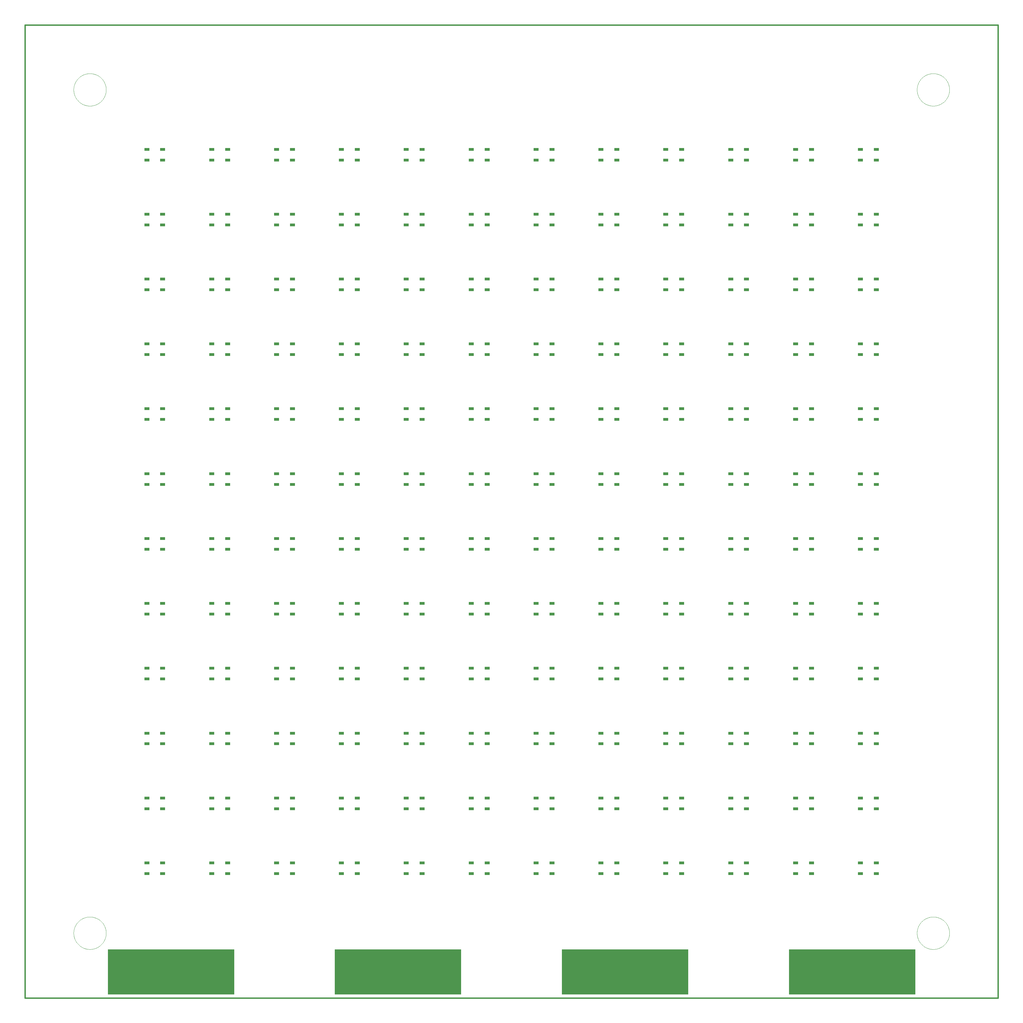
<source format=gbp>
G75*
%MOIN*%
%OFA0B0*%
%FSLAX25Y25*%
%IPPOS*%
%LPD*%
%AMOC8*
5,1,8,0,0,1.08239X$1,22.5*
%
%ADD10C,0.01600*%
%ADD11C,0.00000*%
%ADD12R,0.05906X0.03543*%
%ADD13R,1.53543X0.55118*%
D10*
X0001800Y0009496D02*
X1182902Y0009496D01*
X1182902Y1190598D01*
X0001800Y1190598D01*
X0001800Y0009496D01*
D11*
X0060855Y0088236D02*
X0060861Y0088719D01*
X0060879Y0089202D01*
X0060908Y0089684D01*
X0060950Y0090165D01*
X0061003Y0090646D01*
X0061068Y0091124D01*
X0061145Y0091601D01*
X0061233Y0092076D01*
X0061333Y0092549D01*
X0061445Y0093019D01*
X0061568Y0093486D01*
X0061703Y0093950D01*
X0061849Y0094411D01*
X0062006Y0094868D01*
X0062174Y0095321D01*
X0062353Y0095769D01*
X0062544Y0096213D01*
X0062745Y0096652D01*
X0062957Y0097087D01*
X0063179Y0097515D01*
X0063412Y0097939D01*
X0063656Y0098356D01*
X0063909Y0098767D01*
X0064173Y0099172D01*
X0064446Y0099571D01*
X0064729Y0099962D01*
X0065021Y0100347D01*
X0065323Y0100724D01*
X0065634Y0101094D01*
X0065954Y0101456D01*
X0066283Y0101810D01*
X0066621Y0102155D01*
X0066966Y0102493D01*
X0067320Y0102822D01*
X0067682Y0103142D01*
X0068052Y0103453D01*
X0068429Y0103755D01*
X0068814Y0104047D01*
X0069205Y0104330D01*
X0069604Y0104603D01*
X0070009Y0104867D01*
X0070420Y0105120D01*
X0070837Y0105364D01*
X0071261Y0105597D01*
X0071689Y0105819D01*
X0072124Y0106031D01*
X0072563Y0106232D01*
X0073007Y0106423D01*
X0073455Y0106602D01*
X0073908Y0106770D01*
X0074365Y0106927D01*
X0074826Y0107073D01*
X0075290Y0107208D01*
X0075757Y0107331D01*
X0076227Y0107443D01*
X0076700Y0107543D01*
X0077175Y0107631D01*
X0077652Y0107708D01*
X0078130Y0107773D01*
X0078611Y0107826D01*
X0079092Y0107868D01*
X0079574Y0107897D01*
X0080057Y0107915D01*
X0080540Y0107921D01*
X0081023Y0107915D01*
X0081506Y0107897D01*
X0081988Y0107868D01*
X0082469Y0107826D01*
X0082950Y0107773D01*
X0083428Y0107708D01*
X0083905Y0107631D01*
X0084380Y0107543D01*
X0084853Y0107443D01*
X0085323Y0107331D01*
X0085790Y0107208D01*
X0086254Y0107073D01*
X0086715Y0106927D01*
X0087172Y0106770D01*
X0087625Y0106602D01*
X0088073Y0106423D01*
X0088517Y0106232D01*
X0088956Y0106031D01*
X0089391Y0105819D01*
X0089819Y0105597D01*
X0090243Y0105364D01*
X0090660Y0105120D01*
X0091071Y0104867D01*
X0091476Y0104603D01*
X0091875Y0104330D01*
X0092266Y0104047D01*
X0092651Y0103755D01*
X0093028Y0103453D01*
X0093398Y0103142D01*
X0093760Y0102822D01*
X0094114Y0102493D01*
X0094459Y0102155D01*
X0094797Y0101810D01*
X0095126Y0101456D01*
X0095446Y0101094D01*
X0095757Y0100724D01*
X0096059Y0100347D01*
X0096351Y0099962D01*
X0096634Y0099571D01*
X0096907Y0099172D01*
X0097171Y0098767D01*
X0097424Y0098356D01*
X0097668Y0097939D01*
X0097901Y0097515D01*
X0098123Y0097087D01*
X0098335Y0096652D01*
X0098536Y0096213D01*
X0098727Y0095769D01*
X0098906Y0095321D01*
X0099074Y0094868D01*
X0099231Y0094411D01*
X0099377Y0093950D01*
X0099512Y0093486D01*
X0099635Y0093019D01*
X0099747Y0092549D01*
X0099847Y0092076D01*
X0099935Y0091601D01*
X0100012Y0091124D01*
X0100077Y0090646D01*
X0100130Y0090165D01*
X0100172Y0089684D01*
X0100201Y0089202D01*
X0100219Y0088719D01*
X0100225Y0088236D01*
X0100219Y0087753D01*
X0100201Y0087270D01*
X0100172Y0086788D01*
X0100130Y0086307D01*
X0100077Y0085826D01*
X0100012Y0085348D01*
X0099935Y0084871D01*
X0099847Y0084396D01*
X0099747Y0083923D01*
X0099635Y0083453D01*
X0099512Y0082986D01*
X0099377Y0082522D01*
X0099231Y0082061D01*
X0099074Y0081604D01*
X0098906Y0081151D01*
X0098727Y0080703D01*
X0098536Y0080259D01*
X0098335Y0079820D01*
X0098123Y0079385D01*
X0097901Y0078957D01*
X0097668Y0078533D01*
X0097424Y0078116D01*
X0097171Y0077705D01*
X0096907Y0077300D01*
X0096634Y0076901D01*
X0096351Y0076510D01*
X0096059Y0076125D01*
X0095757Y0075748D01*
X0095446Y0075378D01*
X0095126Y0075016D01*
X0094797Y0074662D01*
X0094459Y0074317D01*
X0094114Y0073979D01*
X0093760Y0073650D01*
X0093398Y0073330D01*
X0093028Y0073019D01*
X0092651Y0072717D01*
X0092266Y0072425D01*
X0091875Y0072142D01*
X0091476Y0071869D01*
X0091071Y0071605D01*
X0090660Y0071352D01*
X0090243Y0071108D01*
X0089819Y0070875D01*
X0089391Y0070653D01*
X0088956Y0070441D01*
X0088517Y0070240D01*
X0088073Y0070049D01*
X0087625Y0069870D01*
X0087172Y0069702D01*
X0086715Y0069545D01*
X0086254Y0069399D01*
X0085790Y0069264D01*
X0085323Y0069141D01*
X0084853Y0069029D01*
X0084380Y0068929D01*
X0083905Y0068841D01*
X0083428Y0068764D01*
X0082950Y0068699D01*
X0082469Y0068646D01*
X0081988Y0068604D01*
X0081506Y0068575D01*
X0081023Y0068557D01*
X0080540Y0068551D01*
X0080057Y0068557D01*
X0079574Y0068575D01*
X0079092Y0068604D01*
X0078611Y0068646D01*
X0078130Y0068699D01*
X0077652Y0068764D01*
X0077175Y0068841D01*
X0076700Y0068929D01*
X0076227Y0069029D01*
X0075757Y0069141D01*
X0075290Y0069264D01*
X0074826Y0069399D01*
X0074365Y0069545D01*
X0073908Y0069702D01*
X0073455Y0069870D01*
X0073007Y0070049D01*
X0072563Y0070240D01*
X0072124Y0070441D01*
X0071689Y0070653D01*
X0071261Y0070875D01*
X0070837Y0071108D01*
X0070420Y0071352D01*
X0070009Y0071605D01*
X0069604Y0071869D01*
X0069205Y0072142D01*
X0068814Y0072425D01*
X0068429Y0072717D01*
X0068052Y0073019D01*
X0067682Y0073330D01*
X0067320Y0073650D01*
X0066966Y0073979D01*
X0066621Y0074317D01*
X0066283Y0074662D01*
X0065954Y0075016D01*
X0065634Y0075378D01*
X0065323Y0075748D01*
X0065021Y0076125D01*
X0064729Y0076510D01*
X0064446Y0076901D01*
X0064173Y0077300D01*
X0063909Y0077705D01*
X0063656Y0078116D01*
X0063412Y0078533D01*
X0063179Y0078957D01*
X0062957Y0079385D01*
X0062745Y0079820D01*
X0062544Y0080259D01*
X0062353Y0080703D01*
X0062174Y0081151D01*
X0062006Y0081604D01*
X0061849Y0082061D01*
X0061703Y0082522D01*
X0061568Y0082986D01*
X0061445Y0083453D01*
X0061333Y0083923D01*
X0061233Y0084396D01*
X0061145Y0084871D01*
X0061068Y0085348D01*
X0061003Y0085826D01*
X0060950Y0086307D01*
X0060908Y0086788D01*
X0060879Y0087270D01*
X0060861Y0087753D01*
X0060855Y0088236D01*
X0060855Y1111858D02*
X0060861Y1112341D01*
X0060879Y1112824D01*
X0060908Y1113306D01*
X0060950Y1113787D01*
X0061003Y1114268D01*
X0061068Y1114746D01*
X0061145Y1115223D01*
X0061233Y1115698D01*
X0061333Y1116171D01*
X0061445Y1116641D01*
X0061568Y1117108D01*
X0061703Y1117572D01*
X0061849Y1118033D01*
X0062006Y1118490D01*
X0062174Y1118943D01*
X0062353Y1119391D01*
X0062544Y1119835D01*
X0062745Y1120274D01*
X0062957Y1120709D01*
X0063179Y1121137D01*
X0063412Y1121561D01*
X0063656Y1121978D01*
X0063909Y1122389D01*
X0064173Y1122794D01*
X0064446Y1123193D01*
X0064729Y1123584D01*
X0065021Y1123969D01*
X0065323Y1124346D01*
X0065634Y1124716D01*
X0065954Y1125078D01*
X0066283Y1125432D01*
X0066621Y1125777D01*
X0066966Y1126115D01*
X0067320Y1126444D01*
X0067682Y1126764D01*
X0068052Y1127075D01*
X0068429Y1127377D01*
X0068814Y1127669D01*
X0069205Y1127952D01*
X0069604Y1128225D01*
X0070009Y1128489D01*
X0070420Y1128742D01*
X0070837Y1128986D01*
X0071261Y1129219D01*
X0071689Y1129441D01*
X0072124Y1129653D01*
X0072563Y1129854D01*
X0073007Y1130045D01*
X0073455Y1130224D01*
X0073908Y1130392D01*
X0074365Y1130549D01*
X0074826Y1130695D01*
X0075290Y1130830D01*
X0075757Y1130953D01*
X0076227Y1131065D01*
X0076700Y1131165D01*
X0077175Y1131253D01*
X0077652Y1131330D01*
X0078130Y1131395D01*
X0078611Y1131448D01*
X0079092Y1131490D01*
X0079574Y1131519D01*
X0080057Y1131537D01*
X0080540Y1131543D01*
X0081023Y1131537D01*
X0081506Y1131519D01*
X0081988Y1131490D01*
X0082469Y1131448D01*
X0082950Y1131395D01*
X0083428Y1131330D01*
X0083905Y1131253D01*
X0084380Y1131165D01*
X0084853Y1131065D01*
X0085323Y1130953D01*
X0085790Y1130830D01*
X0086254Y1130695D01*
X0086715Y1130549D01*
X0087172Y1130392D01*
X0087625Y1130224D01*
X0088073Y1130045D01*
X0088517Y1129854D01*
X0088956Y1129653D01*
X0089391Y1129441D01*
X0089819Y1129219D01*
X0090243Y1128986D01*
X0090660Y1128742D01*
X0091071Y1128489D01*
X0091476Y1128225D01*
X0091875Y1127952D01*
X0092266Y1127669D01*
X0092651Y1127377D01*
X0093028Y1127075D01*
X0093398Y1126764D01*
X0093760Y1126444D01*
X0094114Y1126115D01*
X0094459Y1125777D01*
X0094797Y1125432D01*
X0095126Y1125078D01*
X0095446Y1124716D01*
X0095757Y1124346D01*
X0096059Y1123969D01*
X0096351Y1123584D01*
X0096634Y1123193D01*
X0096907Y1122794D01*
X0097171Y1122389D01*
X0097424Y1121978D01*
X0097668Y1121561D01*
X0097901Y1121137D01*
X0098123Y1120709D01*
X0098335Y1120274D01*
X0098536Y1119835D01*
X0098727Y1119391D01*
X0098906Y1118943D01*
X0099074Y1118490D01*
X0099231Y1118033D01*
X0099377Y1117572D01*
X0099512Y1117108D01*
X0099635Y1116641D01*
X0099747Y1116171D01*
X0099847Y1115698D01*
X0099935Y1115223D01*
X0100012Y1114746D01*
X0100077Y1114268D01*
X0100130Y1113787D01*
X0100172Y1113306D01*
X0100201Y1112824D01*
X0100219Y1112341D01*
X0100225Y1111858D01*
X0100219Y1111375D01*
X0100201Y1110892D01*
X0100172Y1110410D01*
X0100130Y1109929D01*
X0100077Y1109448D01*
X0100012Y1108970D01*
X0099935Y1108493D01*
X0099847Y1108018D01*
X0099747Y1107545D01*
X0099635Y1107075D01*
X0099512Y1106608D01*
X0099377Y1106144D01*
X0099231Y1105683D01*
X0099074Y1105226D01*
X0098906Y1104773D01*
X0098727Y1104325D01*
X0098536Y1103881D01*
X0098335Y1103442D01*
X0098123Y1103007D01*
X0097901Y1102579D01*
X0097668Y1102155D01*
X0097424Y1101738D01*
X0097171Y1101327D01*
X0096907Y1100922D01*
X0096634Y1100523D01*
X0096351Y1100132D01*
X0096059Y1099747D01*
X0095757Y1099370D01*
X0095446Y1099000D01*
X0095126Y1098638D01*
X0094797Y1098284D01*
X0094459Y1097939D01*
X0094114Y1097601D01*
X0093760Y1097272D01*
X0093398Y1096952D01*
X0093028Y1096641D01*
X0092651Y1096339D01*
X0092266Y1096047D01*
X0091875Y1095764D01*
X0091476Y1095491D01*
X0091071Y1095227D01*
X0090660Y1094974D01*
X0090243Y1094730D01*
X0089819Y1094497D01*
X0089391Y1094275D01*
X0088956Y1094063D01*
X0088517Y1093862D01*
X0088073Y1093671D01*
X0087625Y1093492D01*
X0087172Y1093324D01*
X0086715Y1093167D01*
X0086254Y1093021D01*
X0085790Y1092886D01*
X0085323Y1092763D01*
X0084853Y1092651D01*
X0084380Y1092551D01*
X0083905Y1092463D01*
X0083428Y1092386D01*
X0082950Y1092321D01*
X0082469Y1092268D01*
X0081988Y1092226D01*
X0081506Y1092197D01*
X0081023Y1092179D01*
X0080540Y1092173D01*
X0080057Y1092179D01*
X0079574Y1092197D01*
X0079092Y1092226D01*
X0078611Y1092268D01*
X0078130Y1092321D01*
X0077652Y1092386D01*
X0077175Y1092463D01*
X0076700Y1092551D01*
X0076227Y1092651D01*
X0075757Y1092763D01*
X0075290Y1092886D01*
X0074826Y1093021D01*
X0074365Y1093167D01*
X0073908Y1093324D01*
X0073455Y1093492D01*
X0073007Y1093671D01*
X0072563Y1093862D01*
X0072124Y1094063D01*
X0071689Y1094275D01*
X0071261Y1094497D01*
X0070837Y1094730D01*
X0070420Y1094974D01*
X0070009Y1095227D01*
X0069604Y1095491D01*
X0069205Y1095764D01*
X0068814Y1096047D01*
X0068429Y1096339D01*
X0068052Y1096641D01*
X0067682Y1096952D01*
X0067320Y1097272D01*
X0066966Y1097601D01*
X0066621Y1097939D01*
X0066283Y1098284D01*
X0065954Y1098638D01*
X0065634Y1099000D01*
X0065323Y1099370D01*
X0065021Y1099747D01*
X0064729Y1100132D01*
X0064446Y1100523D01*
X0064173Y1100922D01*
X0063909Y1101327D01*
X0063656Y1101738D01*
X0063412Y1102155D01*
X0063179Y1102579D01*
X0062957Y1103007D01*
X0062745Y1103442D01*
X0062544Y1103881D01*
X0062353Y1104325D01*
X0062174Y1104773D01*
X0062006Y1105226D01*
X0061849Y1105683D01*
X0061703Y1106144D01*
X0061568Y1106608D01*
X0061445Y1107075D01*
X0061333Y1107545D01*
X0061233Y1108018D01*
X0061145Y1108493D01*
X0061068Y1108970D01*
X0061003Y1109448D01*
X0060950Y1109929D01*
X0060908Y1110410D01*
X0060879Y1110892D01*
X0060861Y1111375D01*
X0060855Y1111858D01*
X1084477Y1111858D02*
X1084483Y1112341D01*
X1084501Y1112824D01*
X1084530Y1113306D01*
X1084572Y1113787D01*
X1084625Y1114268D01*
X1084690Y1114746D01*
X1084767Y1115223D01*
X1084855Y1115698D01*
X1084955Y1116171D01*
X1085067Y1116641D01*
X1085190Y1117108D01*
X1085325Y1117572D01*
X1085471Y1118033D01*
X1085628Y1118490D01*
X1085796Y1118943D01*
X1085975Y1119391D01*
X1086166Y1119835D01*
X1086367Y1120274D01*
X1086579Y1120709D01*
X1086801Y1121137D01*
X1087034Y1121561D01*
X1087278Y1121978D01*
X1087531Y1122389D01*
X1087795Y1122794D01*
X1088068Y1123193D01*
X1088351Y1123584D01*
X1088643Y1123969D01*
X1088945Y1124346D01*
X1089256Y1124716D01*
X1089576Y1125078D01*
X1089905Y1125432D01*
X1090243Y1125777D01*
X1090588Y1126115D01*
X1090942Y1126444D01*
X1091304Y1126764D01*
X1091674Y1127075D01*
X1092051Y1127377D01*
X1092436Y1127669D01*
X1092827Y1127952D01*
X1093226Y1128225D01*
X1093631Y1128489D01*
X1094042Y1128742D01*
X1094459Y1128986D01*
X1094883Y1129219D01*
X1095311Y1129441D01*
X1095746Y1129653D01*
X1096185Y1129854D01*
X1096629Y1130045D01*
X1097077Y1130224D01*
X1097530Y1130392D01*
X1097987Y1130549D01*
X1098448Y1130695D01*
X1098912Y1130830D01*
X1099379Y1130953D01*
X1099849Y1131065D01*
X1100322Y1131165D01*
X1100797Y1131253D01*
X1101274Y1131330D01*
X1101752Y1131395D01*
X1102233Y1131448D01*
X1102714Y1131490D01*
X1103196Y1131519D01*
X1103679Y1131537D01*
X1104162Y1131543D01*
X1104645Y1131537D01*
X1105128Y1131519D01*
X1105610Y1131490D01*
X1106091Y1131448D01*
X1106572Y1131395D01*
X1107050Y1131330D01*
X1107527Y1131253D01*
X1108002Y1131165D01*
X1108475Y1131065D01*
X1108945Y1130953D01*
X1109412Y1130830D01*
X1109876Y1130695D01*
X1110337Y1130549D01*
X1110794Y1130392D01*
X1111247Y1130224D01*
X1111695Y1130045D01*
X1112139Y1129854D01*
X1112578Y1129653D01*
X1113013Y1129441D01*
X1113441Y1129219D01*
X1113865Y1128986D01*
X1114282Y1128742D01*
X1114693Y1128489D01*
X1115098Y1128225D01*
X1115497Y1127952D01*
X1115888Y1127669D01*
X1116273Y1127377D01*
X1116650Y1127075D01*
X1117020Y1126764D01*
X1117382Y1126444D01*
X1117736Y1126115D01*
X1118081Y1125777D01*
X1118419Y1125432D01*
X1118748Y1125078D01*
X1119068Y1124716D01*
X1119379Y1124346D01*
X1119681Y1123969D01*
X1119973Y1123584D01*
X1120256Y1123193D01*
X1120529Y1122794D01*
X1120793Y1122389D01*
X1121046Y1121978D01*
X1121290Y1121561D01*
X1121523Y1121137D01*
X1121745Y1120709D01*
X1121957Y1120274D01*
X1122158Y1119835D01*
X1122349Y1119391D01*
X1122528Y1118943D01*
X1122696Y1118490D01*
X1122853Y1118033D01*
X1122999Y1117572D01*
X1123134Y1117108D01*
X1123257Y1116641D01*
X1123369Y1116171D01*
X1123469Y1115698D01*
X1123557Y1115223D01*
X1123634Y1114746D01*
X1123699Y1114268D01*
X1123752Y1113787D01*
X1123794Y1113306D01*
X1123823Y1112824D01*
X1123841Y1112341D01*
X1123847Y1111858D01*
X1123841Y1111375D01*
X1123823Y1110892D01*
X1123794Y1110410D01*
X1123752Y1109929D01*
X1123699Y1109448D01*
X1123634Y1108970D01*
X1123557Y1108493D01*
X1123469Y1108018D01*
X1123369Y1107545D01*
X1123257Y1107075D01*
X1123134Y1106608D01*
X1122999Y1106144D01*
X1122853Y1105683D01*
X1122696Y1105226D01*
X1122528Y1104773D01*
X1122349Y1104325D01*
X1122158Y1103881D01*
X1121957Y1103442D01*
X1121745Y1103007D01*
X1121523Y1102579D01*
X1121290Y1102155D01*
X1121046Y1101738D01*
X1120793Y1101327D01*
X1120529Y1100922D01*
X1120256Y1100523D01*
X1119973Y1100132D01*
X1119681Y1099747D01*
X1119379Y1099370D01*
X1119068Y1099000D01*
X1118748Y1098638D01*
X1118419Y1098284D01*
X1118081Y1097939D01*
X1117736Y1097601D01*
X1117382Y1097272D01*
X1117020Y1096952D01*
X1116650Y1096641D01*
X1116273Y1096339D01*
X1115888Y1096047D01*
X1115497Y1095764D01*
X1115098Y1095491D01*
X1114693Y1095227D01*
X1114282Y1094974D01*
X1113865Y1094730D01*
X1113441Y1094497D01*
X1113013Y1094275D01*
X1112578Y1094063D01*
X1112139Y1093862D01*
X1111695Y1093671D01*
X1111247Y1093492D01*
X1110794Y1093324D01*
X1110337Y1093167D01*
X1109876Y1093021D01*
X1109412Y1092886D01*
X1108945Y1092763D01*
X1108475Y1092651D01*
X1108002Y1092551D01*
X1107527Y1092463D01*
X1107050Y1092386D01*
X1106572Y1092321D01*
X1106091Y1092268D01*
X1105610Y1092226D01*
X1105128Y1092197D01*
X1104645Y1092179D01*
X1104162Y1092173D01*
X1103679Y1092179D01*
X1103196Y1092197D01*
X1102714Y1092226D01*
X1102233Y1092268D01*
X1101752Y1092321D01*
X1101274Y1092386D01*
X1100797Y1092463D01*
X1100322Y1092551D01*
X1099849Y1092651D01*
X1099379Y1092763D01*
X1098912Y1092886D01*
X1098448Y1093021D01*
X1097987Y1093167D01*
X1097530Y1093324D01*
X1097077Y1093492D01*
X1096629Y1093671D01*
X1096185Y1093862D01*
X1095746Y1094063D01*
X1095311Y1094275D01*
X1094883Y1094497D01*
X1094459Y1094730D01*
X1094042Y1094974D01*
X1093631Y1095227D01*
X1093226Y1095491D01*
X1092827Y1095764D01*
X1092436Y1096047D01*
X1092051Y1096339D01*
X1091674Y1096641D01*
X1091304Y1096952D01*
X1090942Y1097272D01*
X1090588Y1097601D01*
X1090243Y1097939D01*
X1089905Y1098284D01*
X1089576Y1098638D01*
X1089256Y1099000D01*
X1088945Y1099370D01*
X1088643Y1099747D01*
X1088351Y1100132D01*
X1088068Y1100523D01*
X1087795Y1100922D01*
X1087531Y1101327D01*
X1087278Y1101738D01*
X1087034Y1102155D01*
X1086801Y1102579D01*
X1086579Y1103007D01*
X1086367Y1103442D01*
X1086166Y1103881D01*
X1085975Y1104325D01*
X1085796Y1104773D01*
X1085628Y1105226D01*
X1085471Y1105683D01*
X1085325Y1106144D01*
X1085190Y1106608D01*
X1085067Y1107075D01*
X1084955Y1107545D01*
X1084855Y1108018D01*
X1084767Y1108493D01*
X1084690Y1108970D01*
X1084625Y1109448D01*
X1084572Y1109929D01*
X1084530Y1110410D01*
X1084501Y1110892D01*
X1084483Y1111375D01*
X1084477Y1111858D01*
X1084477Y0088236D02*
X1084483Y0088719D01*
X1084501Y0089202D01*
X1084530Y0089684D01*
X1084572Y0090165D01*
X1084625Y0090646D01*
X1084690Y0091124D01*
X1084767Y0091601D01*
X1084855Y0092076D01*
X1084955Y0092549D01*
X1085067Y0093019D01*
X1085190Y0093486D01*
X1085325Y0093950D01*
X1085471Y0094411D01*
X1085628Y0094868D01*
X1085796Y0095321D01*
X1085975Y0095769D01*
X1086166Y0096213D01*
X1086367Y0096652D01*
X1086579Y0097087D01*
X1086801Y0097515D01*
X1087034Y0097939D01*
X1087278Y0098356D01*
X1087531Y0098767D01*
X1087795Y0099172D01*
X1088068Y0099571D01*
X1088351Y0099962D01*
X1088643Y0100347D01*
X1088945Y0100724D01*
X1089256Y0101094D01*
X1089576Y0101456D01*
X1089905Y0101810D01*
X1090243Y0102155D01*
X1090588Y0102493D01*
X1090942Y0102822D01*
X1091304Y0103142D01*
X1091674Y0103453D01*
X1092051Y0103755D01*
X1092436Y0104047D01*
X1092827Y0104330D01*
X1093226Y0104603D01*
X1093631Y0104867D01*
X1094042Y0105120D01*
X1094459Y0105364D01*
X1094883Y0105597D01*
X1095311Y0105819D01*
X1095746Y0106031D01*
X1096185Y0106232D01*
X1096629Y0106423D01*
X1097077Y0106602D01*
X1097530Y0106770D01*
X1097987Y0106927D01*
X1098448Y0107073D01*
X1098912Y0107208D01*
X1099379Y0107331D01*
X1099849Y0107443D01*
X1100322Y0107543D01*
X1100797Y0107631D01*
X1101274Y0107708D01*
X1101752Y0107773D01*
X1102233Y0107826D01*
X1102714Y0107868D01*
X1103196Y0107897D01*
X1103679Y0107915D01*
X1104162Y0107921D01*
X1104645Y0107915D01*
X1105128Y0107897D01*
X1105610Y0107868D01*
X1106091Y0107826D01*
X1106572Y0107773D01*
X1107050Y0107708D01*
X1107527Y0107631D01*
X1108002Y0107543D01*
X1108475Y0107443D01*
X1108945Y0107331D01*
X1109412Y0107208D01*
X1109876Y0107073D01*
X1110337Y0106927D01*
X1110794Y0106770D01*
X1111247Y0106602D01*
X1111695Y0106423D01*
X1112139Y0106232D01*
X1112578Y0106031D01*
X1113013Y0105819D01*
X1113441Y0105597D01*
X1113865Y0105364D01*
X1114282Y0105120D01*
X1114693Y0104867D01*
X1115098Y0104603D01*
X1115497Y0104330D01*
X1115888Y0104047D01*
X1116273Y0103755D01*
X1116650Y0103453D01*
X1117020Y0103142D01*
X1117382Y0102822D01*
X1117736Y0102493D01*
X1118081Y0102155D01*
X1118419Y0101810D01*
X1118748Y0101456D01*
X1119068Y0101094D01*
X1119379Y0100724D01*
X1119681Y0100347D01*
X1119973Y0099962D01*
X1120256Y0099571D01*
X1120529Y0099172D01*
X1120793Y0098767D01*
X1121046Y0098356D01*
X1121290Y0097939D01*
X1121523Y0097515D01*
X1121745Y0097087D01*
X1121957Y0096652D01*
X1122158Y0096213D01*
X1122349Y0095769D01*
X1122528Y0095321D01*
X1122696Y0094868D01*
X1122853Y0094411D01*
X1122999Y0093950D01*
X1123134Y0093486D01*
X1123257Y0093019D01*
X1123369Y0092549D01*
X1123469Y0092076D01*
X1123557Y0091601D01*
X1123634Y0091124D01*
X1123699Y0090646D01*
X1123752Y0090165D01*
X1123794Y0089684D01*
X1123823Y0089202D01*
X1123841Y0088719D01*
X1123847Y0088236D01*
X1123841Y0087753D01*
X1123823Y0087270D01*
X1123794Y0086788D01*
X1123752Y0086307D01*
X1123699Y0085826D01*
X1123634Y0085348D01*
X1123557Y0084871D01*
X1123469Y0084396D01*
X1123369Y0083923D01*
X1123257Y0083453D01*
X1123134Y0082986D01*
X1122999Y0082522D01*
X1122853Y0082061D01*
X1122696Y0081604D01*
X1122528Y0081151D01*
X1122349Y0080703D01*
X1122158Y0080259D01*
X1121957Y0079820D01*
X1121745Y0079385D01*
X1121523Y0078957D01*
X1121290Y0078533D01*
X1121046Y0078116D01*
X1120793Y0077705D01*
X1120529Y0077300D01*
X1120256Y0076901D01*
X1119973Y0076510D01*
X1119681Y0076125D01*
X1119379Y0075748D01*
X1119068Y0075378D01*
X1118748Y0075016D01*
X1118419Y0074662D01*
X1118081Y0074317D01*
X1117736Y0073979D01*
X1117382Y0073650D01*
X1117020Y0073330D01*
X1116650Y0073019D01*
X1116273Y0072717D01*
X1115888Y0072425D01*
X1115497Y0072142D01*
X1115098Y0071869D01*
X1114693Y0071605D01*
X1114282Y0071352D01*
X1113865Y0071108D01*
X1113441Y0070875D01*
X1113013Y0070653D01*
X1112578Y0070441D01*
X1112139Y0070240D01*
X1111695Y0070049D01*
X1111247Y0069870D01*
X1110794Y0069702D01*
X1110337Y0069545D01*
X1109876Y0069399D01*
X1109412Y0069264D01*
X1108945Y0069141D01*
X1108475Y0069029D01*
X1108002Y0068929D01*
X1107527Y0068841D01*
X1107050Y0068764D01*
X1106572Y0068699D01*
X1106091Y0068646D01*
X1105610Y0068604D01*
X1105128Y0068575D01*
X1104645Y0068557D01*
X1104162Y0068551D01*
X1103679Y0068557D01*
X1103196Y0068575D01*
X1102714Y0068604D01*
X1102233Y0068646D01*
X1101752Y0068699D01*
X1101274Y0068764D01*
X1100797Y0068841D01*
X1100322Y0068929D01*
X1099849Y0069029D01*
X1099379Y0069141D01*
X1098912Y0069264D01*
X1098448Y0069399D01*
X1097987Y0069545D01*
X1097530Y0069702D01*
X1097077Y0069870D01*
X1096629Y0070049D01*
X1096185Y0070240D01*
X1095746Y0070441D01*
X1095311Y0070653D01*
X1094883Y0070875D01*
X1094459Y0071108D01*
X1094042Y0071352D01*
X1093631Y0071605D01*
X1093226Y0071869D01*
X1092827Y0072142D01*
X1092436Y0072425D01*
X1092051Y0072717D01*
X1091674Y0073019D01*
X1091304Y0073330D01*
X1090942Y0073650D01*
X1090588Y0073979D01*
X1090243Y0074317D01*
X1089905Y0074662D01*
X1089576Y0075016D01*
X1089256Y0075378D01*
X1088945Y0075748D01*
X1088643Y0076125D01*
X1088351Y0076510D01*
X1088068Y0076901D01*
X1087795Y0077300D01*
X1087531Y0077705D01*
X1087278Y0078116D01*
X1087034Y0078533D01*
X1086801Y0078957D01*
X1086579Y0079385D01*
X1086367Y0079820D01*
X1086166Y0080259D01*
X1085975Y0080703D01*
X1085796Y0081151D01*
X1085628Y0081604D01*
X1085471Y0082061D01*
X1085325Y0082522D01*
X1085190Y0082986D01*
X1085067Y0083453D01*
X1084955Y0083923D01*
X1084855Y0084396D01*
X1084767Y0084871D01*
X1084690Y0085348D01*
X1084625Y0085826D01*
X1084572Y0086307D01*
X1084530Y0086788D01*
X1084501Y0087270D01*
X1084483Y0087753D01*
X1084477Y0088236D01*
D12*
X1035068Y0160480D03*
X1035068Y0173472D03*
X1015776Y0173472D03*
X1015776Y0160480D03*
X0956328Y0160480D03*
X0956328Y0173472D03*
X0937036Y0173472D03*
X0937036Y0160480D03*
X0877587Y0160480D03*
X0877587Y0173472D03*
X0858296Y0173472D03*
X0858296Y0160480D03*
X0798847Y0160480D03*
X0798847Y0173472D03*
X0779556Y0173472D03*
X0779556Y0160480D03*
X0720107Y0160480D03*
X0720107Y0173472D03*
X0700816Y0173472D03*
X0700816Y0160480D03*
X0641367Y0160480D03*
X0641367Y0173472D03*
X0622076Y0173472D03*
X0622076Y0160480D03*
X0562627Y0160480D03*
X0562627Y0173472D03*
X0543335Y0173472D03*
X0543335Y0160480D03*
X0483887Y0160480D03*
X0483887Y0173472D03*
X0464595Y0173472D03*
X0464595Y0160480D03*
X0405146Y0160480D03*
X0405146Y0173472D03*
X0385855Y0173472D03*
X0385855Y0160480D03*
X0326406Y0160480D03*
X0326406Y0173472D03*
X0307115Y0173472D03*
X0307115Y0160480D03*
X0247666Y0160480D03*
X0247666Y0173472D03*
X0228375Y0173472D03*
X0228375Y0160480D03*
X0168926Y0160480D03*
X0168926Y0173472D03*
X0149635Y0173472D03*
X0149635Y0160480D03*
X0149635Y0239220D03*
X0149635Y0252213D03*
X0168926Y0252213D03*
X0168926Y0239220D03*
X0228375Y0239220D03*
X0228375Y0252213D03*
X0247666Y0252213D03*
X0247666Y0239220D03*
X0307115Y0239220D03*
X0307115Y0252213D03*
X0326406Y0252213D03*
X0326406Y0239220D03*
X0385855Y0239220D03*
X0385855Y0252213D03*
X0405146Y0252213D03*
X0405146Y0239220D03*
X0464595Y0239220D03*
X0464595Y0252213D03*
X0483887Y0252213D03*
X0483887Y0239220D03*
X0543335Y0239220D03*
X0543335Y0252213D03*
X0562627Y0252213D03*
X0562627Y0239220D03*
X0622076Y0239220D03*
X0622076Y0252213D03*
X0641367Y0252213D03*
X0641367Y0239220D03*
X0700816Y0239220D03*
X0700816Y0252213D03*
X0720107Y0252213D03*
X0720107Y0239220D03*
X0779556Y0239220D03*
X0779556Y0252213D03*
X0798847Y0252213D03*
X0798847Y0239220D03*
X0858296Y0239220D03*
X0858296Y0252213D03*
X0877587Y0252213D03*
X0877587Y0239220D03*
X0937036Y0239220D03*
X0937036Y0252213D03*
X0956328Y0252213D03*
X0956328Y0239220D03*
X1015776Y0239220D03*
X1015776Y0252213D03*
X1035068Y0252213D03*
X1035068Y0239220D03*
X1035068Y0317961D03*
X1035068Y0330953D03*
X1015776Y0330953D03*
X1015776Y0317961D03*
X0956328Y0317961D03*
X0956328Y0330953D03*
X0937036Y0330953D03*
X0937036Y0317961D03*
X0877587Y0317961D03*
X0877587Y0330953D03*
X0858296Y0330953D03*
X0858296Y0317961D03*
X0798847Y0317961D03*
X0798847Y0330953D03*
X0779556Y0330953D03*
X0779556Y0317961D03*
X0720107Y0317961D03*
X0720107Y0330953D03*
X0700816Y0330953D03*
X0700816Y0317961D03*
X0641367Y0317961D03*
X0641367Y0330953D03*
X0622076Y0330953D03*
X0622076Y0317961D03*
X0562627Y0317961D03*
X0562627Y0330953D03*
X0543335Y0330953D03*
X0543335Y0317961D03*
X0483887Y0317961D03*
X0483887Y0330953D03*
X0464595Y0330953D03*
X0464595Y0317961D03*
X0405146Y0317961D03*
X0405146Y0330953D03*
X0385855Y0330953D03*
X0385855Y0317961D03*
X0326406Y0317961D03*
X0326406Y0330953D03*
X0307115Y0330953D03*
X0307115Y0317961D03*
X0247666Y0317961D03*
X0247666Y0330953D03*
X0228375Y0330953D03*
X0228375Y0317961D03*
X0168926Y0317961D03*
X0168926Y0330953D03*
X0149635Y0330953D03*
X0149635Y0317961D03*
X0149635Y0396701D03*
X0149635Y0409693D03*
X0168926Y0409693D03*
X0168926Y0396701D03*
X0228375Y0396701D03*
X0228375Y0409693D03*
X0247666Y0409693D03*
X0247666Y0396701D03*
X0307115Y0396701D03*
X0307115Y0409693D03*
X0326406Y0409693D03*
X0326406Y0396701D03*
X0385855Y0396701D03*
X0385855Y0409693D03*
X0405146Y0409693D03*
X0405146Y0396701D03*
X0464595Y0396701D03*
X0464595Y0409693D03*
X0483887Y0409693D03*
X0483887Y0396701D03*
X0543335Y0396701D03*
X0543335Y0409693D03*
X0562627Y0409693D03*
X0562627Y0396701D03*
X0622076Y0396701D03*
X0622076Y0409693D03*
X0641367Y0409693D03*
X0641367Y0396701D03*
X0700816Y0396701D03*
X0700816Y0409693D03*
X0720107Y0409693D03*
X0720107Y0396701D03*
X0779556Y0396701D03*
X0779556Y0409693D03*
X0798847Y0409693D03*
X0798847Y0396701D03*
X0858296Y0396701D03*
X0858296Y0409693D03*
X0877587Y0409693D03*
X0877587Y0396701D03*
X0937036Y0396701D03*
X0937036Y0409693D03*
X0956328Y0409693D03*
X0956328Y0396701D03*
X1015776Y0396701D03*
X1015776Y0409693D03*
X1035068Y0409693D03*
X1035068Y0396701D03*
X1035068Y0475441D03*
X1035068Y0488433D03*
X1015776Y0488433D03*
X1015776Y0475441D03*
X0956328Y0475441D03*
X0956328Y0488433D03*
X0937036Y0488433D03*
X0937036Y0475441D03*
X0877587Y0475441D03*
X0877587Y0488433D03*
X0858296Y0488433D03*
X0858296Y0475441D03*
X0798847Y0475441D03*
X0798847Y0488433D03*
X0779556Y0488433D03*
X0779556Y0475441D03*
X0720107Y0475441D03*
X0720107Y0488433D03*
X0700816Y0488433D03*
X0700816Y0475441D03*
X0641367Y0475441D03*
X0641367Y0488433D03*
X0622076Y0488433D03*
X0622076Y0475441D03*
X0562627Y0475441D03*
X0562627Y0488433D03*
X0543335Y0488433D03*
X0543335Y0475441D03*
X0483887Y0475441D03*
X0483887Y0488433D03*
X0464595Y0488433D03*
X0464595Y0475441D03*
X0405146Y0475441D03*
X0405146Y0488433D03*
X0385855Y0488433D03*
X0385855Y0475441D03*
X0326406Y0475441D03*
X0326406Y0488433D03*
X0307115Y0488433D03*
X0307115Y0475441D03*
X0247666Y0475441D03*
X0247666Y0488433D03*
X0228375Y0488433D03*
X0228375Y0475441D03*
X0168926Y0475441D03*
X0168926Y0488433D03*
X0149635Y0488433D03*
X0149635Y0475441D03*
X0149635Y0554181D03*
X0149635Y0567173D03*
X0168926Y0567173D03*
X0168926Y0554181D03*
X0228375Y0554181D03*
X0228375Y0567173D03*
X0247666Y0567173D03*
X0247666Y0554181D03*
X0307115Y0554181D03*
X0307115Y0567173D03*
X0326406Y0567173D03*
X0326406Y0554181D03*
X0385855Y0554181D03*
X0385855Y0567173D03*
X0405146Y0567173D03*
X0405146Y0554181D03*
X0464595Y0554181D03*
X0464595Y0567173D03*
X0483887Y0567173D03*
X0483887Y0554181D03*
X0543335Y0554181D03*
X0543335Y0567173D03*
X0562627Y0567173D03*
X0562627Y0554181D03*
X0622076Y0554181D03*
X0622076Y0567173D03*
X0641367Y0567173D03*
X0641367Y0554181D03*
X0700816Y0554181D03*
X0700816Y0567173D03*
X0720107Y0567173D03*
X0720107Y0554181D03*
X0779556Y0554181D03*
X0779556Y0567173D03*
X0798847Y0567173D03*
X0798847Y0554181D03*
X0858296Y0554181D03*
X0858296Y0567173D03*
X0877587Y0567173D03*
X0877587Y0554181D03*
X0937036Y0554181D03*
X0937036Y0567173D03*
X0956328Y0567173D03*
X0956328Y0554181D03*
X1015776Y0554181D03*
X1015776Y0567173D03*
X1035068Y0567173D03*
X1035068Y0554181D03*
X1035068Y0632921D03*
X1035068Y0645913D03*
X1015776Y0645913D03*
X1015776Y0632921D03*
X0956328Y0632921D03*
X0956328Y0645913D03*
X0937036Y0645913D03*
X0937036Y0632921D03*
X0877587Y0632921D03*
X0877587Y0645913D03*
X0858296Y0645913D03*
X0858296Y0632921D03*
X0798847Y0632921D03*
X0798847Y0645913D03*
X0779556Y0645913D03*
X0779556Y0632921D03*
X0720107Y0632921D03*
X0720107Y0645913D03*
X0700816Y0645913D03*
X0700816Y0632921D03*
X0641367Y0632921D03*
X0641367Y0645913D03*
X0622076Y0645913D03*
X0622076Y0632921D03*
X0562627Y0632921D03*
X0562627Y0645913D03*
X0543335Y0645913D03*
X0543335Y0632921D03*
X0483887Y0632921D03*
X0483887Y0645913D03*
X0464595Y0645913D03*
X0464595Y0632921D03*
X0405146Y0632921D03*
X0405146Y0645913D03*
X0385855Y0645913D03*
X0385855Y0632921D03*
X0326406Y0632921D03*
X0326406Y0645913D03*
X0307115Y0645913D03*
X0307115Y0632921D03*
X0247666Y0632921D03*
X0247666Y0645913D03*
X0228375Y0645913D03*
X0228375Y0632921D03*
X0168926Y0632921D03*
X0168926Y0645913D03*
X0149635Y0645913D03*
X0149635Y0632921D03*
X0149635Y0711661D03*
X0149635Y0724654D03*
X0168926Y0724654D03*
X0168926Y0711661D03*
X0228375Y0711661D03*
X0228375Y0724654D03*
X0247666Y0724654D03*
X0247666Y0711661D03*
X0307115Y0711661D03*
X0307115Y0724654D03*
X0326406Y0724654D03*
X0326406Y0711661D03*
X0385855Y0711661D03*
X0385855Y0724654D03*
X0405146Y0724654D03*
X0405146Y0711661D03*
X0464595Y0711661D03*
X0464595Y0724654D03*
X0483887Y0724654D03*
X0483887Y0711661D03*
X0543335Y0711661D03*
X0543335Y0724654D03*
X0562627Y0724654D03*
X0562627Y0711661D03*
X0622076Y0711661D03*
X0622076Y0724654D03*
X0641367Y0724654D03*
X0641367Y0711661D03*
X0700816Y0711661D03*
X0700816Y0724654D03*
X0720107Y0724654D03*
X0720107Y0711661D03*
X0779556Y0711661D03*
X0779556Y0724654D03*
X0798847Y0724654D03*
X0798847Y0711661D03*
X0858296Y0711661D03*
X0858296Y0724654D03*
X0877587Y0724654D03*
X0877587Y0711661D03*
X0937036Y0711661D03*
X0937036Y0724654D03*
X0956328Y0724654D03*
X0956328Y0711661D03*
X1015776Y0711661D03*
X1015776Y0724654D03*
X1035068Y0724654D03*
X1035068Y0711661D03*
X1035068Y0790402D03*
X1035068Y0803394D03*
X1015776Y0803394D03*
X1015776Y0790402D03*
X0956328Y0790402D03*
X0956328Y0803394D03*
X0937036Y0803394D03*
X0937036Y0790402D03*
X0877587Y0790402D03*
X0877587Y0803394D03*
X0858296Y0803394D03*
X0858296Y0790402D03*
X0798847Y0790402D03*
X0798847Y0803394D03*
X0779556Y0803394D03*
X0779556Y0790402D03*
X0720107Y0790402D03*
X0720107Y0803394D03*
X0700816Y0803394D03*
X0700816Y0790402D03*
X0641367Y0790402D03*
X0641367Y0803394D03*
X0622076Y0803394D03*
X0622076Y0790402D03*
X0562627Y0790402D03*
X0562627Y0803394D03*
X0543335Y0803394D03*
X0543335Y0790402D03*
X0483887Y0790402D03*
X0483887Y0803394D03*
X0464595Y0803394D03*
X0464595Y0790402D03*
X0405146Y0790402D03*
X0405146Y0803394D03*
X0385855Y0803394D03*
X0385855Y0790402D03*
X0326406Y0790402D03*
X0326406Y0803394D03*
X0307115Y0803394D03*
X0307115Y0790402D03*
X0247666Y0790402D03*
X0247666Y0803394D03*
X0228375Y0803394D03*
X0228375Y0790402D03*
X0168926Y0790402D03*
X0168926Y0803394D03*
X0149635Y0803394D03*
X0149635Y0790402D03*
X0149635Y0869142D03*
X0149635Y0882134D03*
X0168926Y0882134D03*
X0168926Y0869142D03*
X0228375Y0869142D03*
X0228375Y0882134D03*
X0247666Y0882134D03*
X0247666Y0869142D03*
X0307115Y0869142D03*
X0307115Y0882134D03*
X0326406Y0882134D03*
X0326406Y0869142D03*
X0385855Y0869142D03*
X0385855Y0882134D03*
X0405146Y0882134D03*
X0405146Y0869142D03*
X0464595Y0869142D03*
X0464595Y0882134D03*
X0483887Y0882134D03*
X0483887Y0869142D03*
X0543335Y0869142D03*
X0543335Y0882134D03*
X0562627Y0882134D03*
X0562627Y0869142D03*
X0622076Y0869142D03*
X0622076Y0882134D03*
X0641367Y0882134D03*
X0641367Y0869142D03*
X0700816Y0869142D03*
X0700816Y0882134D03*
X0720107Y0882134D03*
X0720107Y0869142D03*
X0779556Y0869142D03*
X0779556Y0882134D03*
X0798847Y0882134D03*
X0798847Y0869142D03*
X0858296Y0869142D03*
X0858296Y0882134D03*
X0877587Y0882134D03*
X0877587Y0869142D03*
X0937036Y0869142D03*
X0937036Y0882134D03*
X0956328Y0882134D03*
X0956328Y0869142D03*
X1015776Y0869142D03*
X1015776Y0882134D03*
X1035068Y0882134D03*
X1035068Y0869142D03*
X1035068Y0947882D03*
X1035068Y0960874D03*
X1015776Y0960874D03*
X1015776Y0947882D03*
X0956328Y0947882D03*
X0956328Y0960874D03*
X0937036Y0960874D03*
X0937036Y0947882D03*
X0877587Y0947882D03*
X0877587Y0960874D03*
X0858296Y0960874D03*
X0858296Y0947882D03*
X0798847Y0947882D03*
X0798847Y0960874D03*
X0779556Y0960874D03*
X0779556Y0947882D03*
X0720107Y0947882D03*
X0720107Y0960874D03*
X0700816Y0960874D03*
X0700816Y0947882D03*
X0641367Y0947882D03*
X0641367Y0960874D03*
X0622076Y0960874D03*
X0622076Y0947882D03*
X0562627Y0947882D03*
X0562627Y0960874D03*
X0543335Y0960874D03*
X0543335Y0947882D03*
X0483887Y0947882D03*
X0483887Y0960874D03*
X0464595Y0960874D03*
X0464595Y0947882D03*
X0405146Y0947882D03*
X0405146Y0960874D03*
X0385855Y0960874D03*
X0385855Y0947882D03*
X0326406Y0947882D03*
X0326406Y0960874D03*
X0307115Y0960874D03*
X0307115Y0947882D03*
X0247666Y0947882D03*
X0247666Y0960874D03*
X0228375Y0960874D03*
X0228375Y0947882D03*
X0168926Y0947882D03*
X0168926Y0960874D03*
X0149635Y0960874D03*
X0149635Y0947882D03*
X0149635Y1026622D03*
X0149635Y1039614D03*
X0168926Y1039614D03*
X0168926Y1026622D03*
X0228375Y1026622D03*
X0228375Y1039614D03*
X0247666Y1039614D03*
X0247666Y1026622D03*
X0307115Y1026622D03*
X0307115Y1039614D03*
X0326406Y1039614D03*
X0326406Y1026622D03*
X0385855Y1026622D03*
X0385855Y1039614D03*
X0405146Y1039614D03*
X0405146Y1026622D03*
X0464595Y1026622D03*
X0464595Y1039614D03*
X0483887Y1039614D03*
X0483887Y1026622D03*
X0543335Y1026622D03*
X0543335Y1039614D03*
X0562627Y1039614D03*
X0562627Y1026622D03*
X0622076Y1026622D03*
X0622076Y1039614D03*
X0641367Y1039614D03*
X0641367Y1026622D03*
X0700816Y1026622D03*
X0700816Y1039614D03*
X0720107Y1039614D03*
X0720107Y1026622D03*
X0779556Y1026622D03*
X0779556Y1039614D03*
X0798847Y1039614D03*
X0798847Y1026622D03*
X0858296Y1026622D03*
X0858296Y1039614D03*
X0877587Y1039614D03*
X0877587Y1026622D03*
X0937036Y1026622D03*
X0937036Y1039614D03*
X0956328Y1039614D03*
X0956328Y1026622D03*
X1015776Y1026622D03*
X1015776Y1039614D03*
X1035068Y1039614D03*
X1035068Y1026622D03*
D13*
X1005737Y0040992D03*
X0730146Y0040992D03*
X0454556Y0040992D03*
X0178965Y0040992D03*
M02*

</source>
